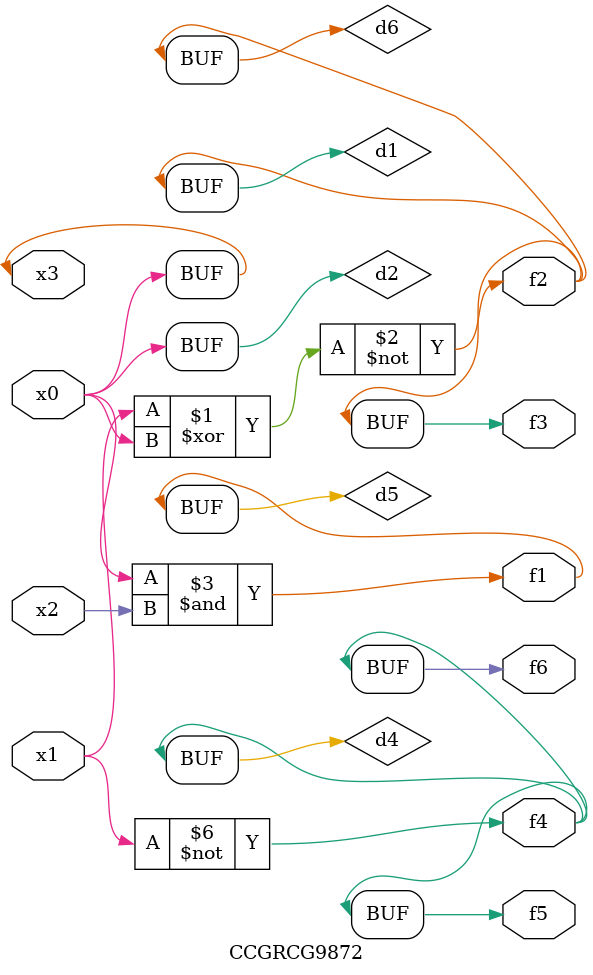
<source format=v>
module CCGRCG9872(
	input x0, x1, x2, x3,
	output f1, f2, f3, f4, f5, f6
);

	wire d1, d2, d3, d4, d5, d6;

	xnor (d1, x1, x3);
	buf (d2, x0, x3);
	nand (d3, x0, x2);
	not (d4, x1);
	nand (d5, d3);
	or (d6, d1);
	assign f1 = d5;
	assign f2 = d6;
	assign f3 = d6;
	assign f4 = d4;
	assign f5 = d4;
	assign f6 = d4;
endmodule

</source>
